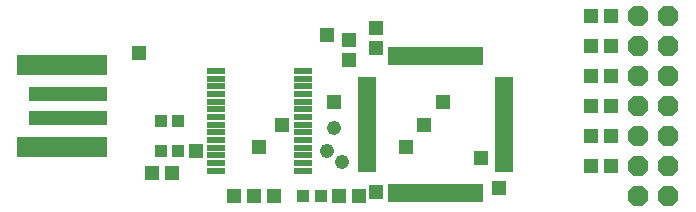
<source format=gts>
G75*
G70*
%OFA0B0*%
%FSLAX24Y24*%
%IPPOS*%
%LPD*%
%AMOC8*
5,1,8,0,0,1.08239X$1,22.5*
%
%ADD10R,0.0474X0.0513*%
%ADD11R,0.0395X0.0395*%
%ADD12R,0.3033X0.0671*%
%ADD13R,0.2639X0.0474*%
%ADD14R,0.0630X0.0217*%
%ADD15R,0.0513X0.0474*%
%ADD16OC8,0.0680*%
%ADD17R,0.0198X0.0631*%
%ADD18R,0.0631X0.0198*%
%ADD19R,0.0476X0.0476*%
%ADD20C,0.0476*%
D10*
X005023Y002103D03*
X005692Y002103D03*
X011273Y001353D03*
X011942Y001353D03*
X019648Y002353D03*
X020317Y002353D03*
X020317Y003353D03*
X019648Y003353D03*
X019648Y004353D03*
X020317Y004353D03*
X020317Y005353D03*
X019648Y005353D03*
X019648Y006353D03*
X020317Y006353D03*
X020317Y007353D03*
X019648Y007353D03*
X011607Y006563D03*
X011607Y005893D03*
D11*
X005903Y003853D03*
X005312Y003853D03*
X005312Y002853D03*
X005903Y002853D03*
X010062Y001353D03*
X010653Y001353D03*
D12*
X002029Y002975D03*
X002029Y005731D03*
D13*
X002226Y004747D03*
X002226Y003959D03*
D14*
X007168Y003981D03*
X007168Y004237D03*
X007168Y004493D03*
X007168Y004749D03*
X007168Y005004D03*
X007168Y005260D03*
X007168Y005516D03*
X010047Y005516D03*
X010047Y005260D03*
X010047Y005004D03*
X010047Y004749D03*
X010047Y004493D03*
X010047Y004237D03*
X010047Y003981D03*
X010047Y003725D03*
X010047Y003469D03*
X010047Y003213D03*
X010047Y002957D03*
X010047Y002701D03*
X010047Y002445D03*
X010047Y002190D03*
X007168Y002190D03*
X007168Y002445D03*
X007168Y002701D03*
X007168Y002957D03*
X007168Y003213D03*
X007168Y003469D03*
X007168Y003725D03*
D15*
X007773Y001353D03*
X008442Y001353D03*
X012482Y006268D03*
X012482Y006938D03*
D16*
X021232Y007353D03*
X022232Y007353D03*
X022232Y006353D03*
X021232Y006353D03*
X021232Y005353D03*
X022232Y005353D03*
X022232Y004353D03*
X021232Y004353D03*
X021232Y003353D03*
X022232Y003353D03*
X022232Y002353D03*
X021232Y002353D03*
X021232Y001353D03*
X022232Y001353D03*
D17*
X015959Y001444D03*
X015762Y001444D03*
X015565Y001444D03*
X015368Y001444D03*
X015171Y001444D03*
X014975Y001444D03*
X014778Y001444D03*
X014581Y001444D03*
X014384Y001444D03*
X014187Y001444D03*
X013990Y001444D03*
X013793Y001444D03*
X013597Y001444D03*
X013400Y001444D03*
X013203Y001444D03*
X013006Y001444D03*
X013006Y006011D03*
X013203Y006011D03*
X013400Y006011D03*
X013597Y006011D03*
X013793Y006011D03*
X013990Y006011D03*
X014187Y006011D03*
X014384Y006011D03*
X014581Y006011D03*
X014778Y006011D03*
X014975Y006011D03*
X015171Y006011D03*
X015368Y006011D03*
X015565Y006011D03*
X015762Y006011D03*
X015959Y006011D03*
D18*
X016766Y005204D03*
X016766Y005007D03*
X016766Y004811D03*
X016766Y004614D03*
X016766Y004417D03*
X016766Y004220D03*
X016766Y004023D03*
X016766Y003826D03*
X016766Y003629D03*
X016766Y003433D03*
X016766Y003236D03*
X016766Y003039D03*
X016766Y002842D03*
X016766Y002645D03*
X016766Y002448D03*
X016766Y002252D03*
X012199Y002252D03*
X012199Y002448D03*
X012199Y002645D03*
X012199Y002842D03*
X012199Y003039D03*
X012199Y003236D03*
X012199Y003433D03*
X012199Y003629D03*
X012199Y003826D03*
X012199Y004023D03*
X012199Y004220D03*
X012199Y004417D03*
X012199Y004614D03*
X012199Y004811D03*
X012199Y005007D03*
X012199Y005204D03*
D19*
X011107Y004478D03*
X009357Y003728D03*
X008607Y002978D03*
X006482Y002853D03*
X009107Y001353D03*
X012482Y001478D03*
X015982Y002603D03*
X016607Y001603D03*
X013482Y002978D03*
X014107Y003728D03*
X014732Y004478D03*
X010857Y006728D03*
X004607Y006103D03*
D20*
X011107Y003603D03*
X010857Y002853D03*
X011357Y002478D03*
M02*

</source>
